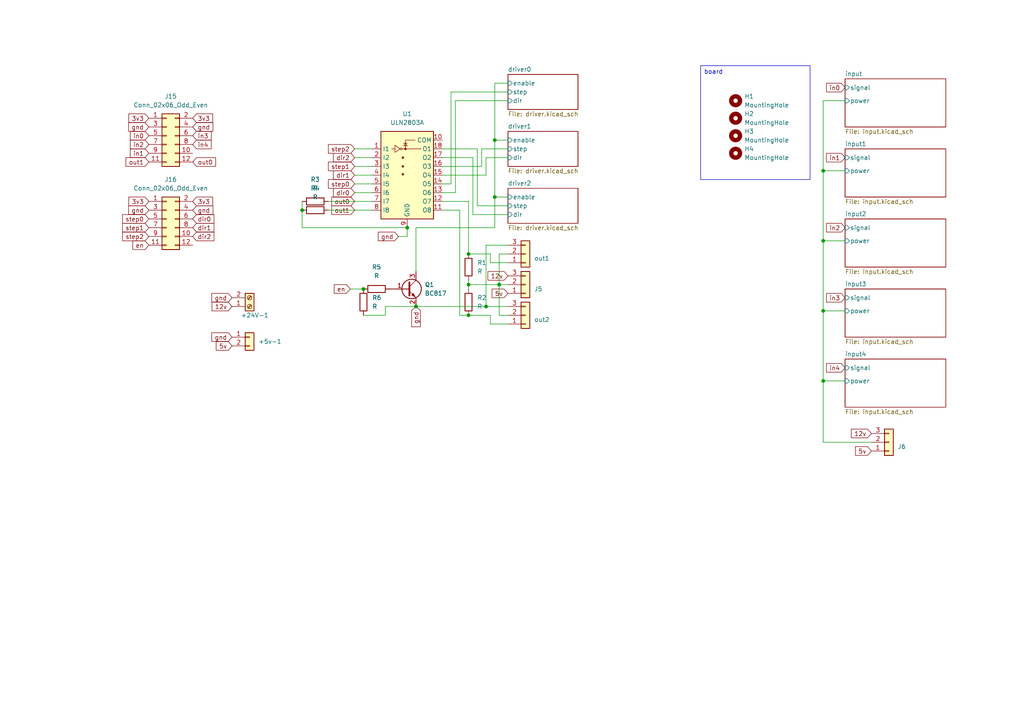
<source format=kicad_sch>
(kicad_sch (version 20230121) (generator eeschema)
  (paper "A4")
  (lib_symbols
    (symbol "Connector:Screw_Terminal_01x02" (pin_names (offset 1.016) hide)
      (property "Reference" "J" (at 0 2.54 0))
      (property "Value" "Screw_Terminal_01x02" (at 0 -5.08 0))
      (symbol "Screw_Terminal_01x02_1_1"
        (rectangle (start -1.27 1.27) (end 1.27 -3.81) (stroke (width 0.254)) (fill (type background)))
        (circle (center 0 -2.54) (radius 0.635) (stroke (width 0.1524)))
        (polyline (pts (xy -0.5334 -2.2098) (xy 0.3302 -3.048)) (stroke (width 0.1524)))
        (polyline (pts (xy -0.5334 0.3302) (xy 0.3302 -0.508)) (stroke (width 0.1524)))
        (polyline (pts (xy -0.3556 -2.032) (xy 0.508 -2.8702)) (stroke (width 0.1524)))
        (polyline (pts (xy -0.3556 0.508) (xy 0.508 -0.3302)) (stroke (width 0.1524)))
        (circle (center 0 0) (radius 0.635) (stroke (width 0.1524)))
        (pin passive line (at -5.08 0 0) (length 3.81) (name "Pin_1") (number "1"))
        (pin passive line (at -5.08 -2.54 0) (length 3.81) (name "Pin_2") (number "2"))
      )
    )
    (symbol "Connector_Generic:Conn_01x02" (pin_names (offset 1.016) hide)
      (property "Reference" "J" (at 0 2.54 0))
      (property "Value" "Conn_01x02" (at 0 -5.08 0))
      (symbol "Conn_01x02_1_1"
        (rectangle (start -1.27 -2.413) (end 0 -2.667) (stroke (width 0.1524)))
        (rectangle (start -1.27 0.127) (end 0 -0.127) (stroke (width 0.1524)))
        (rectangle (start -1.27 1.27) (end 1.27 -3.81) (stroke (width 0.254)) (fill (type background)))
        (pin passive line (at -5.08 0 0) (length 3.81) (name "Pin_1") (number "1"))
        (pin passive line (at -5.08 -2.54 0) (length 3.81) (name "Pin_2") (number "2"))
      )
    )
    (symbol "Connector_Generic:Conn_01x03" (pin_names (offset 1.016) hide)
      (property "Reference" "J" (at 0 5.08 0))
      (property "Value" "Conn_01x03" (at 0 -5.08 0))
      (symbol "Conn_01x03_1_1"
        (rectangle (start -1.27 -2.413) (end 0 -2.667) (stroke (width 0.1524)))
        (rectangle (start -1.27 0.127) (end 0 -0.127) (stroke (width 0.1524)))
        (rectangle (start -1.27 2.667) (end 0 2.413) (stroke (width 0.1524)))
        (rectangle (start -1.27 3.81) (end 1.27 -3.81) (stroke (width 0.254)) (fill (type background)))
        (pin passive line (at -5.08 2.54 0) (length 3.81) (name "Pin_1") (number "1"))
        (pin passive line (at -5.08 0 0) (length 3.81) (name "Pin_2") (number "2"))
        (pin passive line (at -5.08 -2.54 0) (length 3.81) (name "Pin_3") (number "3"))
      )
    )
    (symbol "Connector_Generic:Conn_02x06_Odd_Even" (pin_names (offset 1.016) hide)
      (property "Reference" "J" (at 1.27 7.62 0))
      (property "Value" "Conn_02x06_Odd_Even" (at 1.27 -10.16 0))
      (symbol "Conn_02x06_Odd_Even_1_1"
        (rectangle (start -1.27 -7.493) (end 0 -7.747) (stroke (width 0.1524)))
        (rectangle (start -1.27 -4.953) (end 0 -5.207) (stroke (width 0.1524)))
        (rectangle (start -1.27 -2.413) (end 0 -2.667) (stroke (width 0.1524)))
        (rectangle (start -1.27 0.127) (end 0 -0.127) (stroke (width 0.1524)))
        (rectangle (start -1.27 2.667) (end 0 2.413) (stroke (width 0.1524)))
        (rectangle (start -1.27 5.207) (end 0 4.953) (stroke (width 0.1524)))
        (rectangle (start -1.27 6.35) (end 3.81 -8.89) (stroke (width 0.254)) (fill (type background)))
        (rectangle (start 3.81 -7.493) (end 2.54 -7.747) (stroke (width 0.1524)))
        (rectangle (start 3.81 -4.953) (end 2.54 -5.207) (stroke (width 0.1524)))
        (rectangle (start 3.81 -2.413) (end 2.54 -2.667) (stroke (width 0.1524)))
        (rectangle (start 3.81 0.127) (end 2.54 -0.127) (stroke (width 0.1524)))
        (rectangle (start 3.81 2.667) (end 2.54 2.413) (stroke (width 0.1524)))
        (rectangle (start 3.81 5.207) (end 2.54 4.953) (stroke (width 0.1524)))
        (pin passive line (at -5.08 5.08 0) (length 3.81) (name "Pin_1") (number "1"))
        (pin passive line (at 7.62 -5.08 180) (length 3.81) (name "Pin_10") (number "10"))
        (pin passive line (at -5.08 -7.62 0) (length 3.81) (name "Pin_11") (number "11"))
        (pin passive line (at 7.62 -7.62 180) (length 3.81) (name "Pin_12") (number "12"))
        (pin passive line (at 7.62 5.08 180) (length 3.81) (name "Pin_2") (number "2"))
        (pin passive line (at -5.08 2.54 0) (length 3.81) (name "Pin_3") (number "3"))
        (pin passive line (at 7.62 2.54 180) (length 3.81) (name "Pin_4") (number "4"))
        (pin passive line (at -5.08 0 0) (length 3.81) (name "Pin_5") (number "5"))
        (pin passive line (at 7.62 0 180) (length 3.81) (name "Pin_6") (number "6"))
        (pin passive line (at -5.08 -2.54 0) (length 3.81) (name "Pin_7") (number "7"))
        (pin passive line (at 7.62 -2.54 180) (length 3.81) (name "Pin_8") (number "8"))
        (pin passive line (at -5.08 -5.08 0) (length 3.81) (name "Pin_9") (number "9"))
      )
    )
    (symbol "Device:R" (pin_numbers hide) (pin_names (offset 0))
      (property "Reference" "R" (at 2.032 0 90))
      (property "Value" "R" (at 0 0 90))
      (symbol "R_0_1"
        (rectangle (start -1.016 -2.54) (end 1.016 2.54) (stroke (width 0.254)))
      )
      (symbol "R_1_1"
        (pin passive line (at 0 3.81 270) (length 1.27) (name "~") (number "1"))
        (pin passive line (at 0 -3.81 90) (length 1.27) (name "~") (number "2"))
      )
    )
    (symbol "Mechanical:MountingHole" (pin_names (offset 1.016))
      (property "Reference" "H" (at 0 5.08 0))
      (property "Value" "MountingHole" (at 0 3.175 0))
      (symbol "MountingHole_0_1"
        (circle (center 0 0) (radius 1.27) (stroke (width 1.27)))
      )
    )
    (symbol "Transistor_Array:ULN2803A"
      (property "Reference" "U" (at 0 13.335 0))
      (property "Value" "ULN2803A" (at 0 11.43 0))
      (symbol "ULN2803A_0_1"
        (rectangle (start -7.62 -15.24) (end 7.62 10.16) (stroke (width 0.254)) (fill (type background)))
        (circle (center -1.778 5.08) (radius 0.254))
        (circle (center -1.27 -2.286) (radius 0.254) (fill (type outline)))
        (circle (center -1.27 0) (radius 0.254) (fill (type outline)))
        (circle (center -1.27 2.54) (radius 0.254) (fill (type outline)))
        (circle (center -0.508 5.08) (radius 0.254) (fill (type outline)))
        (polyline (pts (xy -4.572 5.08) (xy -3.556 5.08)))
        (polyline (pts (xy -1.524 5.08) (xy 4.064 5.08)))
        (polyline (pts (xy 0 6.731) (xy -1.016 6.731)))
        (polyline (pts (xy -0.508 5.08) (xy -0.508 7.62) (xy 2.286 7.62)))
        (polyline (pts (xy -3.556 6.096) (xy -3.556 4.064) (xy -2.032 5.08) (xy -3.556 6.096)))
        (polyline (pts (xy 0 5.969) (xy -1.016 5.969) (xy -0.508 6.731) (xy 0 5.969)))
      )
      (symbol "ULN2803A_1_1"
        (pin input line (at -10.16 5.08 0) (length 2.54) (name "I1") (number "1"))
        (pin passive line (at 10.16 7.62 180) (length 2.54) (name "COM") (number "10"))
        (pin open_collector line (at 10.16 -12.7 180) (length 2.54) (name "O8") (number "11"))
        (pin open_collector line (at 10.16 -10.16 180) (length 2.54) (name "O7") (number "12"))
        (pin open_collector line (at 10.16 -7.62 180) (length 2.54) (name "O6") (number "13"))
        (pin open_collector line (at 10.16 -5.08 180) (length 2.54) (name "O5") (number "14"))
        (pin open_collector line (at 10.16 -2.54 180) (length 2.54) (name "O4") (number "15"))
        (pin open_collector line (at 10.16 0 180) (length 2.54) (name "O3") (number "16"))
        (pin open_collector line (at 10.16 2.54 180) (length 2.54) (name "O2") (number "17"))
        (pin open_collector line (at 10.16 5.08 180) (length 2.54) (name "O1") (number "18"))
        (pin input line (at -10.16 2.54 0) (length 2.54) (name "I2") (number "2"))
        (pin input line (at -10.16 0 0) (length 2.54) (name "I3") (number "3"))
        (pin input line (at -10.16 -2.54 0) (length 2.54) (name "I4") (number "4"))
        (pin input line (at -10.16 -5.08 0) (length 2.54) (name "I5") (number "5"))
        (pin input line (at -10.16 -7.62 0) (length 2.54) (name "I6") (number "6"))
        (pin input line (at -10.16 -10.16 0) (length 2.54) (name "I7") (number "7"))
        (pin input line (at -10.16 -12.7 0) (length 2.54) (name "I8") (number "8"))
        (pin power_in line (at 0 -17.78 90) (length 2.54) (name "GND") (number "9"))
      )
    )
    (symbol "Transistor_BJT:BC817" (pin_names (offset 0) hide)
      (property "Reference" "Q" (at 5.08 1.905 0))
      (property "Value" "BC817" (at 5.08 0 0))
      (symbol "BC817_0_1"
        (polyline (pts (xy 0.635 0.635) (xy 2.54 2.54)))
        (polyline (pts (xy 0.635 -0.635) (xy 2.54 -2.54) (xy 2.54 -2.54)))
        (polyline (pts (xy 0.635 1.905) (xy 0.635 -1.905) (xy 0.635 -1.905)) (stroke (width 0.508)))
        (polyline (pts (xy 1.27 -1.778) (xy 1.778 -1.27) (xy 2.286 -2.286) (xy 1.27 -1.778) (xy 1.27 -1.778)) (fill (type outline)))
        (circle (center 1.27 0) (radius 2.8194) (stroke (width 0.254)))
      )
      (symbol "BC817_1_1"
        (pin input line (at -5.08 0 0) (length 5.715) (name "B") (number "1"))
        (pin passive line (at 2.54 -5.08 90) (length 2.54) (name "E") (number "2"))
        (pin passive line (at 2.54 5.08 270) (length 2.54) (name "C") (number "3"))
      )
    )
  )
  (junction (at 135.89 82.55))
  (junction (at 135.89 91.44))
  (junction (at 238.76 49.53))
  (junction (at 238.76 90.17))
  (junction (at 144.78 82.55))
  (junction (at 120.65 88.9))
  (junction (at 105.41 83.82))
  (junction (at 143.51 57.15))
  (junction (at 87.63 60.96))
  (junction (at 143.51 40.64))
  (junction (at 118.11 66.04))
  (junction (at 238.76 110.49))
  (junction (at 135.89 73.66))
  (junction (at 140.97 88.9))
  (junction (at 238.76 69.85))
  (wire (pts (xy 135.89 81.28) (xy 135.89 82.55)))
  (wire (pts (xy 128.27 60.96) (xy 133.35 60.96)))
  (wire (pts (xy 147.32 76.2) (xy 142.24 76.2)))
  (wire (pts (xy 139.7 43.18) (xy 139.7 48.26)))
  (wire (pts (xy 132.08 29.21) (xy 147.32 29.21)))
  (wire (pts (xy 245.11 90.17) (xy 238.76 90.17)))
  (wire (pts (xy 142.24 91.44) (xy 135.89 91.44)))
  (wire (pts (xy 102.87 50.8) (xy 107.95 50.8)))
  (wire (pts (xy 102.87 48.26) (xy 107.95 48.26)))
  (wire (pts (xy 128.27 55.88) (xy 132.08 55.88)))
  (wire (pts (xy 87.63 58.42) (xy 87.63 60.96)))
  (wire (pts (xy 140.97 71.12) (xy 147.32 71.12)))
  (wire (pts (xy 102.87 45.72) (xy 107.95 45.72)))
  (wire (pts (xy 128.27 58.42) (xy 135.89 58.42)))
  (wire (pts (xy 238.76 128.27) (xy 252.73 128.27)))
  (wire (pts (xy 238.76 110.49) (xy 245.11 110.49)))
  (wire (pts (xy 137.16 45.72) (xy 128.27 45.72)))
  (wire (pts (xy 144.78 82.55) (xy 147.32 82.55)))
  (wire (pts (xy 144.78 91.44) (xy 147.32 91.44)))
  (wire (pts (xy 135.89 82.55) (xy 135.89 83.82)))
  (wire (pts (xy 245.11 29.21) (xy 238.76 29.21)))
  (wire (pts (xy 147.32 93.98) (xy 142.24 93.98)))
  (wire (pts (xy 87.63 60.96) (xy 87.63 66.04)))
  (wire (pts (xy 147.32 59.69) (xy 138.43 59.69)))
  (wire (pts (xy 128.27 43.18) (xy 138.43 43.18)))
  (wire (pts (xy 142.24 73.66) (xy 135.89 73.66)))
  (wire (pts (xy 238.76 49.53) (xy 238.76 69.85)))
  (wire (pts (xy 142.24 76.2) (xy 142.24 73.66)))
  (wire (pts (xy 147.32 24.13) (xy 143.51 24.13)))
  (wire (pts (xy 147.32 88.9) (xy 140.97 88.9)))
  (wire (pts (xy 238.76 29.21) (xy 238.76 49.53)))
  (wire (pts (xy 147.32 43.18) (xy 139.7 43.18)))
  (wire (pts (xy 95.25 58.42) (xy 107.95 58.42)))
  (wire (pts (xy 120.65 66.04) (xy 120.65 78.74)))
  (wire (pts (xy 102.87 43.18) (xy 107.95 43.18)))
  (wire (pts (xy 135.89 58.42) (xy 135.89 73.66)))
  (wire (pts (xy 118.11 68.58) (xy 118.11 66.04)))
  (wire (pts (xy 238.76 69.85) (xy 238.76 90.17)))
  (wire (pts (xy 238.76 69.85) (xy 245.11 69.85)))
  (wire (pts (xy 147.32 45.72) (xy 140.97 45.72)))
  (wire (pts (xy 143.51 57.15) (xy 143.51 66.04)))
  (wire (pts (xy 133.35 91.44) (xy 135.89 91.44)))
  (wire (pts (xy 120.65 88.9) (xy 111.76 88.9)))
  (wire (pts (xy 147.32 57.15) (xy 143.51 57.15)))
  (wire (pts (xy 130.81 53.34) (xy 128.27 53.34)))
  (wire (pts (xy 137.16 62.23) (xy 147.32 62.23)))
  (wire (pts (xy 138.43 43.18) (xy 138.43 59.69)))
  (wire (pts (xy 147.32 40.64) (xy 143.51 40.64)))
  (wire (pts (xy 133.35 60.96) (xy 133.35 91.44)))
  (wire (pts (xy 143.51 40.64) (xy 143.51 57.15)))
  (wire (pts (xy 135.89 82.55) (xy 144.78 82.55)))
  (wire (pts (xy 140.97 50.8) (xy 128.27 50.8)))
  (wire (pts (xy 130.81 26.67) (xy 130.81 53.34)))
  (wire (pts (xy 147.32 26.67) (xy 130.81 26.67)))
  (wire (pts (xy 120.65 88.9) (xy 140.97 88.9)))
  (wire (pts (xy 143.51 24.13) (xy 143.51 40.64)))
  (wire (pts (xy 144.78 82.55) (xy 144.78 91.44)))
  (wire (pts (xy 137.16 45.72) (xy 137.16 62.23)))
  (wire (pts (xy 111.76 91.44) (xy 105.41 91.44)))
  (wire (pts (xy 132.08 55.88) (xy 132.08 29.21)))
  (wire (pts (xy 115.57 68.58) (xy 118.11 68.58)))
  (wire (pts (xy 238.76 90.17) (xy 238.76 110.49)))
  (wire (pts (xy 111.76 88.9) (xy 111.76 91.44)))
  (wire (pts (xy 87.63 66.04) (xy 118.11 66.04)))
  (wire (pts (xy 139.7 48.26) (xy 128.27 48.26)))
  (wire (pts (xy 143.51 66.04) (xy 120.65 66.04)))
  (wire (pts (xy 140.97 45.72) (xy 140.97 50.8)))
  (wire (pts (xy 147.32 73.66) (xy 144.78 73.66)))
  (wire (pts (xy 144.78 73.66) (xy 144.78 82.55)))
  (wire (pts (xy 140.97 88.9) (xy 140.97 71.12)))
  (wire (pts (xy 238.76 110.49) (xy 238.76 128.27)))
  (wire (pts (xy 101.6 83.82) (xy 105.41 83.82)))
  (wire (pts (xy 102.87 53.34) (xy 107.95 53.34)))
  (wire (pts (xy 238.76 49.53) (xy 245.11 49.53)))
  (wire (pts (xy 95.25 60.96) (xy 107.95 60.96)))
  (wire (pts (xy 142.24 93.98) (xy 142.24 91.44)))
  (wire (pts (xy 102.87 55.88) (xy 107.95 55.88)))
  (text_box "board" (at 203.2 19.05 0) (size 31.75 33.02) (effects (font (size 1.27 1.27)) (justify left top)))
  (global_label "5v" (shape input) (at 252.73 130.81 180) (property "Intersheetrefs" "${INTERSHEET_REFS}" (effects hide)))
  (global_label "3v3" (shape input) (at 43.18 34.29 180) (property "Intersheetrefs" "${INTERSHEET_REFS}" (effects hide)))
  (global_label "gnd" (shape input) (at 120.65 88.9 270) (property "Intersheetrefs" "${INTERSHEET_REFS}" (effects hide)))
  (global_label "step0" (shape input) (at 43.18 63.5 180) (property "Intersheetrefs" "${INTERSHEET_REFS}" (effects hide)))
  (global_label "out1" (shape input) (at 102.87 60.96 180) (property "Intersheetrefs" "${INTERSHEET_REFS}" (effects hide)))
  (global_label "dir1" (shape input) (at 102.87 50.8 180) (property "Intersheetrefs" "${INTERSHEET_REFS}" (effects hide)))
  (global_label "3v3" (shape input) (at 55.88 34.29 0) (property "Intersheetrefs" "${INTERSHEET_REFS}" (effects hide)))
  (global_label "in1" (shape input) (at 245.11 45.72 180) (property "Intersheetrefs" "${INTERSHEET_REFS}" (effects hide)))
  (global_label "step1" (shape input) (at 43.18 66.04 180) (property "Intersheetrefs" "${INTERSHEET_REFS}" (effects hide)))
  (global_label "in3" (shape input) (at 245.11 86.36 180) (property "Intersheetrefs" "${INTERSHEET_REFS}" (effects hide)))
  (global_label "out1" (shape input) (at 43.18 46.99 180) (property "Intersheetrefs" "${INTERSHEET_REFS}" (effects hide)))
  (global_label "step2" (shape input) (at 43.18 68.58 180) (property "Intersheetrefs" "${INTERSHEET_REFS}" (effects hide)))
  (global_label "dir2" (shape input) (at 55.88 68.58 0) (property "Intersheetrefs" "${INTERSHEET_REFS}" (effects hide)))
  (global_label "gnd" (shape input) (at 43.18 36.83 180) (property "Intersheetrefs" "${INTERSHEET_REFS}" (effects hide)))
  (global_label "dir0" (shape input) (at 102.87 55.88 180) (property "Intersheetrefs" "${INTERSHEET_REFS}" (effects hide)))
  (global_label "gnd" (shape input) (at 55.88 60.96 0) (property "Intersheetrefs" "${INTERSHEET_REFS}" (effects hide)))
  (global_label "en" (shape input) (at 101.6 83.82 180) (property "Intersheetrefs" "${INTERSHEET_REFS}" (effects hide)))
  (global_label "in2" (shape input) (at 245.11 66.04 180) (property "Intersheetrefs" "${INTERSHEET_REFS}" (effects hide)))
  (global_label "5v" (shape input) (at 147.32 85.09 180) (property "Intersheetrefs" "${INTERSHEET_REFS}" (effects hide)))
  (global_label "3v3" (shape input) (at 43.18 58.42 180) (property "Intersheetrefs" "${INTERSHEET_REFS}" (effects hide)))
  (global_label "in4" (shape input) (at 55.88 41.91 0) (property "Intersheetrefs" "${INTERSHEET_REFS}" (effects hide)))
  (global_label "in0" (shape input) (at 245.11 25.4 180) (property "Intersheetrefs" "${INTERSHEET_REFS}" (effects hide)))
  (global_label "out0" (shape input) (at 102.87 58.42 180) (property "Intersheetrefs" "${INTERSHEET_REFS}" (effects hide)))
  (global_label "12v" (shape input) (at 67.31 88.9 180) (property "Intersheetrefs" "${INTERSHEET_REFS}" (effects hide)))
  (global_label "step2" (shape input) (at 102.87 43.18 180) (property "Intersheetrefs" "${INTERSHEET_REFS}" (effects hide)))
  (global_label "step1" (shape input) (at 102.87 48.26 180) (property "Intersheetrefs" "${INTERSHEET_REFS}" (effects hide)))
  (global_label "12v" (shape input) (at 147.32 80.01 180) (property "Intersheetrefs" "${INTERSHEET_REFS}" (effects hide)))
  (global_label "in0" (shape input) (at 43.18 39.37 180) (property "Intersheetrefs" "${INTERSHEET_REFS}" (effects hide)))
  (global_label "dir0" (shape input) (at 55.88 63.5 0) (property "Intersheetrefs" "${INTERSHEET_REFS}" (effects hide)))
  (global_label "dir2" (shape input) (at 102.87 45.72 180) (property "Intersheetrefs" "${INTERSHEET_REFS}" (effects hide)))
  (global_label "in2" (shape input) (at 43.18 41.91 180) (property "Intersheetrefs" "${INTERSHEET_REFS}" (effects hide)))
  (global_label "in1" (shape input) (at 43.18 44.45 180) (property "Intersheetrefs" "${INTERSHEET_REFS}" (effects hide)))
  (global_label "gnd" (shape input) (at 115.57 68.58 180) (property "Intersheetrefs" "${INTERSHEET_REFS}" (effects hide)))
  (global_label "en" (shape input) (at 43.18 71.12 180) (property "Intersheetrefs" "${INTERSHEET_REFS}" (effects hide)))
  (global_label "gnd" (shape input) (at 67.31 86.36 180) (property "Intersheetrefs" "${INTERSHEET_REFS}" (effects hide)))
  (global_label "gnd" (shape input) (at 55.88 36.83 0) (property "Intersheetrefs" "${INTERSHEET_REFS}" (effects hide)))
  (global_label "out0" (shape input) (at 55.88 46.99 0) (property "Intersheetrefs" "${INTERSHEET_REFS}" (effects hide)))
  (global_label "in4" (shape input) (at 245.11 106.68 180) (property "Intersheetrefs" "${INTERSHEET_REFS}" (effects hide)))
  (global_label "dir1" (shape input) (at 55.88 66.04 0) (property "Intersheetrefs" "${INTERSHEET_REFS}" (effects hide)))
  (global_label "3v3" (shape input) (at 55.88 58.42 0) (property "Intersheetrefs" "${INTERSHEET_REFS}" (effects hide)))
  (global_label "5v" (shape input) (at 67.31 100.33 180) (property "Intersheetrefs" "${INTERSHEET_REFS}" (effects hide)))
  (global_label "gnd" (shape input) (at 67.31 97.79 180) (property "Intersheetrefs" "${INTERSHEET_REFS}" (effects hide)))
  (global_label "step0" (shape input) (at 102.87 53.34 180) (property "Intersheetrefs" "${INTERSHEET_REFS}" (effects hide)))
  (global_label "gnd" (shape input) (at 43.18 60.96 180) (property "Intersheetrefs" "${INTERSHEET_REFS}" (effects hide)))
  (global_label "in3" (shape input) (at 55.88 39.37 0) (property "Intersheetrefs" "${INTERSHEET_REFS}" (effects hide)))
  (global_label "12v" (shape input) (at 252.73 125.73 180) (property "Intersheetrefs" "${INTERSHEET_REFS}" (effects hide)))
  (symbol (lib_id "Connector_Generic:Conn_02x06_Odd_Even") (at 48.26 63.5 0) (unit 1)
    (property "Reference" "J16" (at 49.53 52.07 0))
    (property "Value" "Conn_02x06_Odd_Even" (at 49.53 54.61 0))
    (property "Footprint" "Connector_PinHeader_2.54mm:PinHeader_2x06_P2.54mm_Horizontal" (effects hide))
  )
  (symbol (lib_id "Connector_Generic:Conn_01x02") (at 72.39 97.79 0) (unit 1)
    (property "Reference" "+5v-1" (at 74.93 99.06 0) (effects (justify left)))
    (property "Value" "Conn_01x02" (effects hide))
    (property "Footprint" "Connector_PinHeader_2.54mm:PinHeader_1x02_P2.54mm_Vertical" (effects hide))
  )
  (symbol (lib_id "Transistor_BJT:BC817") (at 118.11 83.82 0) (unit 1)
    (property "Reference" "Q1" (at 123.19 82.55 0) (effects (justify left)))
    (property "Value" "BC817" (at 123.19 85.09 0) (effects (justify left)))
    (property "Footprint" "Package_TO_SOT_SMD:SOT-23" (effects hide))
    (property "Datasheet" "https://www.onsemi.com/pub/Collateral/BC818-D.pdf" (effects hide))
  )
  (symbol (lib_id "Device:R") (at 135.89 87.63 180) (unit 1)
    (property "Reference" "R2" (at 138.43 86.36 0) (effects (justify right)))
    (property "Value" "R" (at 138.43 88.9 0) (effects (justify right)))
    (property "Footprint" "Resistor_SMD:R_1206_3216Metric" (effects hide))
  )
  (symbol (lib_id "Transistor_Array:ULN2803A") (at 118.11 48.26 0) (unit 1)
    (property "Reference" "U1" (at 118.11 33.02 0))
    (property "Value" "ULN2803A" (at 118.11 35.56 0))
    (property "Footprint" "Package_SO:SOIC-18W_7.5x11.6mm_P1.27mm" (effects hide))
    (property "Datasheet" "http://www.ti.com/lit/ds/symlink/uln2803a.pdf" (effects hide))
  )
  (symbol (lib_id "Device:R") (at 135.89 77.47 180) (unit 1)
    (property "Reference" "R1" (at 138.43 76.2 0) (effects (justify right)))
    (property "Value" "R" (at 138.43 78.74 0) (effects (justify right)))
    (property "Footprint" "Resistor_SMD:R_1206_3216Metric" (effects hide))
  )
  (symbol (lib_id "Connector_Generic:Conn_01x03") (at 152.4 91.44 0) (mirror x) (unit 1)
    (property "Reference" "out2" (at 154.94 92.71 0) (effects (justify left)))
    (property "Value" "Conn_01x03" (effects hide))
    (property "Footprint" "Connector_JST:JST_XH_B3B-XH-A_1x03_P2.50mm_Vertical" (effects hide))
  )
  (symbol (lib_id "Connector_Generic:Conn_01x03") (at 152.4 82.55 0) (mirror x) (unit 1)
    (property "Reference" "J5" (at 154.94 83.82 0) (effects (justify left)))
    (property "Value" "Conn_01x03" (effects hide))
    (property "Footprint" "Connector_PinHeader_2.54mm:PinHeader_1x03_P2.54mm_Vertical" (effects hide))
  )
  (symbol (lib_id "Connector_Generic:Conn_01x03") (at 257.81 128.27 0) (mirror x) (unit 1)
    (property "Reference" "J6" (at 260.35 129.54 0) (effects (justify left)))
    (property "Value" "Conn_01x03" (effects hide))
    (property "Footprint" "Connector_PinHeader_2.54mm:PinHeader_1x03_P2.54mm_Vertical" (effects hide))
  )
  (symbol (lib_id "Connector:Screw_Terminal_01x02") (at 72.39 88.9 0) (mirror x) (unit 1)
    (property "Reference" "+24V-1" (at 69.85 91.44 0) (effects (justify left)))
    (property "Value" "Screw_Terminal_01x02" (effects hide))
    (property "Footprint" "TerminalBlock:TerminalBlock_bornier-2_P5.08mm" (effects hide))
  )
  (symbol (lib_id "Device:R") (at 105.41 87.63 180) (unit 1)
    (property "Reference" "R6" (at 107.95 86.36 0) (effects (justify right)))
    (property "Value" "R" (at 107.95 88.9 0) (effects (justify right)))
    (property "Footprint" "Resistor_SMD:R_1206_3216Metric" (effects hide))
  )
  (symbol (lib_id "Device:R") (at 91.44 58.42 90) (unit 1)
    (property "Reference" "R3" (at 91.44 52.07 90))
    (property "Value" "R" (at 91.44 54.61 90))
    (property "Footprint" "Resistor_SMD:R_1206_3216Metric" (effects hide))
  )
  (symbol (lib_id "Connector_Generic:Conn_02x06_Odd_Even") (at 48.26 39.37 0) (unit 1)
    (property "Reference" "J15" (at 49.53 27.94 0))
    (property "Value" "Conn_02x06_Odd_Even" (at 49.53 30.48 0))
    (property "Footprint" "Connector_PinHeader_2.54mm:PinHeader_2x06_P2.54mm_Horizontal" (effects hide))
  )
  (symbol (lib_id "Connector_Generic:Conn_01x03") (at 152.4 73.66 0) (mirror x) (unit 1)
    (property "Reference" "out1" (at 154.94 74.93 0) (effects (justify left)))
    (property "Value" "Conn_01x03" (effects hide))
    (property "Footprint" "Connector_JST:JST_XH_B3B-XH-A_1x03_P2.50mm_Vertical" (effects hide))
  )
  (symbol (lib_id "Mechanical:MountingHole") (at 213.36 39.37 0) (unit 1)
    (property "Reference" "H3" (at 215.9 38.1 0) (effects (justify left)))
    (property "Value" "MountingHole" (at 215.9 40.64 0) (effects (justify left)))
    (property "Footprint" "MountingHole:MountingHole_3.2mm_M3_DIN965_Pad_TopBottom" (effects hide))
  )
  (symbol (lib_id "Mechanical:MountingHole") (at 213.36 44.45 0) (unit 1)
    (property "Reference" "H4" (at 215.9 43.18 0) (effects (justify left)))
    (property "Value" "MountingHole" (at 215.9 45.72 0) (effects (justify left)))
    (property "Footprint" "MountingHole:MountingHole_3.2mm_M3_DIN965_Pad_TopBottom" (effects hide))
  )
  (symbol (lib_id "Device:R") (at 109.22 83.82 90) (unit 1)
    (property "Reference" "R5" (at 109.22 77.47 90))
    (property "Value" "R" (at 109.22 80.01 90))
    (property "Footprint" "Resistor_SMD:R_1206_3216Metric" (effects hide))
  )
  (symbol (lib_id "Device:R") (at 91.44 60.96 90) (unit 1)
    (property "Reference" "R4" (at 91.44 54.61 90))
    (property "Value" "R" (at 91.44 57.15 90))
    (property "Footprint" "Resistor_SMD:R_1206_3216Metric" (effects hide))
  )
  (symbol (lib_id "Mechanical:MountingHole") (at 213.36 34.29 0) (unit 1)
    (property "Reference" "H2" (at 215.9 33.02 0) (effects (justify left)))
    (property "Value" "MountingHole" (at 215.9 35.56 0) (effects (justify left)))
    (property "Footprint" "MountingHole:MountingHole_3.2mm_M3_DIN965_Pad_TopBottom" (effects hide))
  )
  (symbol (lib_id "Mechanical:MountingHole") (at 213.36 29.21 0) (unit 1)
    (property "Reference" "H1" (at 215.9 27.94 0) (effects (justify left)))
    (property "Value" "MountingHole" (at 215.9 30.48 0) (effects (justify left)))
    (property "Footprint" "MountingHole:MountingHole_3.2mm_M3_DIN965_Pad_TopBottom" (effects hide))
  )
  (sheet (at 147.32 21.59) (size 20.32 10.16) (stroke (width 0.1524))
    (property "Sheetname" "driver0" (at 147.32 20.8784 0) (effects (justify left bottom)))
    (property "Sheetfile" "driver.kicad_sch" (at 147.32 32.3346 0) (effects (justify left top)))
    (pin "enable" input (at 147.32 24.13 180))
    (pin "step" input (at 147.32 26.67 180))
    (pin "dir" input (at 147.32 29.21 180))
  )
  (sheet (at 245.11 22.86) (size 29.21 13.97) (stroke (width 0.1524))
    (property "Sheetname" "input" (at 245.11 22.1484 0) (effects (justify left bottom)))
    (property "Sheetfile" "input.kicad_sch" (at 245.11 37.4146 0) (effects (justify left top)))
    (pin "signal" input (at 245.11 25.4 180))
    (pin "power" input (at 245.11 29.21 180))
  )
  (sheet (at 245.11 63.5) (size 29.21 13.97) (stroke (width 0.1524))
    (property "Sheetname" "input2" (at 245.11 62.7884 0) (effects (justify left bottom)))
    (property "Sheetfile" "input.kicad_sch" (at 245.11 78.0546 0) (effects (justify left top)))
    (pin "signal" input (at 245.11 66.04 180))
    (pin "power" input (at 245.11 69.85 180))
  )
  (sheet (at 147.32 38.1) (size 20.32 10.16) (stroke (width 0.1524))
    (property "Sheetname" "driver1" (at 147.32 37.3884 0) (effects (justify left bottom)))
    (property "Sheetfile" "driver.kicad_sch" (at 147.32 48.8446 0) (effects (justify left top)))
    (pin "enable" input (at 147.32 40.64 180))
    (pin "step" input (at 147.32 43.18 180))
    (pin "dir" input (at 147.32 45.72 180))
  )
  (sheet (at 245.11 83.82) (size 29.21 13.97) (stroke (width 0.1524))
    (property "Sheetname" "input3" (at 245.11 83.1084 0) (effects (justify left bottom)))
    (property "Sheetfile" "input.kicad_sch" (at 245.11 98.3746 0) (effects (justify left top)))
    (pin "signal" input (at 245.11 86.36 180))
    (pin "power" input (at 245.11 90.17 180))
  )
  (sheet (at 245.11 104.14) (size 29.21 13.97) (stroke (width 0.1524))
    (property "Sheetname" "input4" (at 245.11 103.4284 0) (effects (justify left bottom)))
    (property "Sheetfile" "input.kicad_sch" (at 245.11 118.6946 0) (effects (justify left top)))
    (pin "signal" input (at 245.11 106.68 180))
    (pin "power" input (at 245.11 110.49 180))
  )
  (sheet (at 245.11 43.18) (size 29.21 13.97) (stroke (width 0.1524))
    (property "Sheetname" "input1" (at 245.11 42.4684 0) (effects (justify left bottom)))
    (property "Sheetfile" "input.kicad_sch" (at 245.11 57.7346 0) (effects (justify left top)))
    (pin "signal" input (at 245.11 45.72 180))
    (pin "power" input (at 245.11 49.53 180))
  )
  (sheet (at 147.32 54.61) (size 20.32 10.16) (stroke (width 0.1524))
    (property "Sheetname" "driver2" (at 147.32 53.8984 0) (effects (justify left bottom)))
    (property "Sheetfile" "driver.kicad_sch" (at 147.32 65.3546 0) (effects (justify left top)))
    (pin "enable" input (at 147.32 57.15 180))
    (pin "step" input (at 147.32 59.69 180))
    (pin "dir" input (at 147.32 62.23 180))
  )
)
</source>
